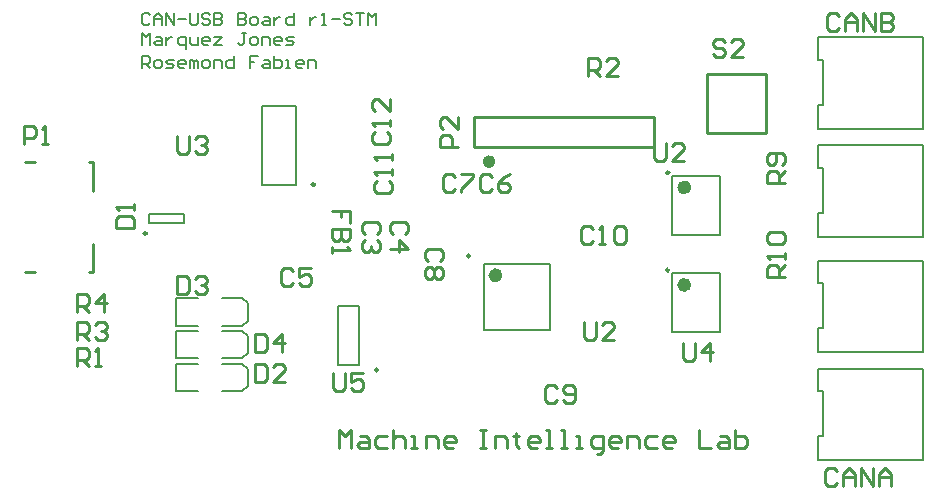
<source format=gto>
G04*
G04 #@! TF.GenerationSoftware,Altium Limited,Altium Designer,18.1.6 (161)*
G04*
G04 Layer_Color=65535*
%FSLAX25Y25*%
%MOIN*%
G70*
G01*
G75*
%ADD10C,0.02362*%
%ADD11C,0.00984*%
%ADD12C,0.00500*%
%ADD13C,0.00787*%
%ADD14C,0.01000*%
%ADD15C,0.00700*%
D10*
X586244Y404906D02*
G03*
X586244Y404906I-1181J0D01*
G01*
Y372406D02*
G03*
X586244Y372406I-1181J0D01*
G01*
X521000Y413500D02*
G03*
X521000Y413500I-1000J0D01*
G01*
X523322Y375587D02*
G03*
X523322Y375587I-1181J0D01*
G01*
D11*
X580043Y409846D02*
G03*
X580043Y409846I-492J0D01*
G01*
X461909Y405811D02*
G03*
X461909Y405811I-492J0D01*
G01*
X405905Y389579D02*
G03*
X405905Y389579I-492J0D01*
G01*
X580043Y377346D02*
G03*
X580043Y377346I-492J0D01*
G01*
X483027Y344072D02*
G03*
X483027Y344072I-492J0D01*
G01*
X513676Y382083D02*
G03*
X513676Y382083I-492J0D01*
G01*
D12*
X636917Y314000D02*
X664500D01*
X629500D02*
X636917D01*
X637291Y344500D02*
X664500D01*
Y314000D02*
Y344500D01*
X629500Y314000D02*
Y322000D01*
X631291D01*
Y327173D01*
Y331701D01*
Y337000D01*
X629500D02*
X631291D01*
X629500D02*
Y344500D01*
X637291D01*
X636917Y424500D02*
X664500D01*
X629500D02*
X636917D01*
X637291Y455000D02*
X664500D01*
Y424500D02*
Y455000D01*
X629500Y424500D02*
Y432500D01*
X631291D01*
Y437673D01*
Y442201D01*
Y447500D01*
X629500D02*
X631291D01*
X629500D02*
Y455000D01*
X637291D01*
X636917Y350000D02*
X664500D01*
X629500D02*
X636917D01*
X637291Y380500D02*
X664500D01*
Y350000D02*
Y380500D01*
X629500Y350000D02*
Y358000D01*
X631291D01*
Y363173D01*
Y367701D01*
Y373000D01*
X629500D02*
X631291D01*
X629500D02*
Y380500D01*
X637291D01*
X636917Y388500D02*
X664500D01*
X629500D02*
X636917D01*
X637291Y419000D02*
X664500D01*
Y388500D02*
Y419000D01*
X629500Y388500D02*
Y396500D01*
X631291D01*
Y401673D01*
Y406201D01*
Y411500D01*
X629500D02*
X631291D01*
X629500D02*
Y419000D01*
X637291D01*
X406791Y392925D02*
Y396075D01*
X418209Y392925D02*
Y396075D01*
X406791Y392925D02*
X418209D01*
X406791Y396075D02*
X418209D01*
D13*
X581126Y389158D02*
X596874D01*
X581126Y408843D02*
X596874D01*
Y389158D02*
Y408843D01*
X581126Y389158D02*
Y408843D01*
X444488Y432189D02*
X455512D01*
X444488Y405811D02*
X455512D01*
X444488D02*
Y432189D01*
X455512Y405811D02*
Y432189D01*
X430937Y346028D02*
X437630D01*
X437630Y336972D02*
X439598Y338547D01*
X437630Y346028D02*
X439598Y344453D01*
X430937Y336972D02*
X437630D01*
X439598Y338547D02*
Y344453D01*
X415583Y336972D02*
Y346028D01*
X423063D01*
X415583Y336972D02*
X423063D01*
X430937Y357028D02*
X437630D01*
X437630Y347972D02*
X439598Y349547D01*
X437630Y357028D02*
X439598Y355453D01*
X430937Y347972D02*
X437630D01*
X439598Y349547D02*
Y355453D01*
X415583Y347972D02*
Y357028D01*
X423063D01*
X415583Y347972D02*
X423063D01*
X430937Y367871D02*
X437630D01*
X437630Y358816D02*
X439598Y360391D01*
X437630Y367871D02*
X439598Y366296D01*
X430937Y358816D02*
X437630D01*
X439598Y360391D02*
Y366296D01*
X415583Y358816D02*
Y367871D01*
X423063D01*
X415583Y358816D02*
X423063D01*
X581126Y356658D02*
X596874D01*
X581126Y376343D02*
X596874D01*
Y356658D02*
Y376343D01*
X581126Y356658D02*
Y376343D01*
X476629Y345834D02*
Y365519D01*
X469542Y345834D02*
Y365519D01*
Y345834D02*
X476629D01*
X469542Y365519D02*
X476629D01*
X518204Y357476D02*
X540251D01*
X518204Y379524D02*
X540251D01*
Y357476D02*
Y379524D01*
X518204Y357476D02*
Y379524D01*
D14*
X592658Y423158D02*
Y442842D01*
Y423158D02*
X612343D01*
Y442842D01*
X592658D02*
X612343D01*
X387991Y403858D02*
Y413209D01*
X386515D02*
X387991D01*
X386515Y376791D02*
X387991D01*
Y386142D01*
X365353Y413209D02*
X368798D01*
X365353Y376791D02*
X368798D01*
X515000Y418500D02*
X575000D01*
Y428500D01*
X515000D02*
X575000D01*
X515000Y418500D02*
Y428500D01*
X470000Y318000D02*
Y323998D01*
X471999Y321999D01*
X473999Y323998D01*
Y318000D01*
X476998Y321999D02*
X478997D01*
X479997Y320999D01*
Y318000D01*
X476998D01*
X475998Y319000D01*
X476998Y319999D01*
X479997D01*
X485995Y321999D02*
X482996D01*
X481996Y320999D01*
Y319000D01*
X482996Y318000D01*
X485995D01*
X487994Y323998D02*
Y318000D01*
Y320999D01*
X488994Y321999D01*
X490993D01*
X491993Y320999D01*
Y318000D01*
X493992D02*
X495992D01*
X494992D01*
Y321999D01*
X493992D01*
X498991Y318000D02*
Y321999D01*
X501990D01*
X502989Y320999D01*
Y318000D01*
X507988D02*
X505988D01*
X504989Y319000D01*
Y320999D01*
X505988Y321999D01*
X507988D01*
X508987Y320999D01*
Y319999D01*
X504989D01*
X516985Y323998D02*
X518984D01*
X517984D01*
Y318000D01*
X516985D01*
X518984D01*
X521983D02*
Y321999D01*
X524982D01*
X525982Y320999D01*
Y318000D01*
X528981Y322998D02*
Y321999D01*
X527981D01*
X529981D01*
X528981D01*
Y319000D01*
X529981Y318000D01*
X535979D02*
X533979D01*
X532980Y319000D01*
Y320999D01*
X533979Y321999D01*
X535979D01*
X536978Y320999D01*
Y319999D01*
X532980D01*
X538978Y318000D02*
X540977D01*
X539977D01*
Y323998D01*
X538978D01*
X543976Y318000D02*
X545975D01*
X544976D01*
Y323998D01*
X543976D01*
X548974Y318000D02*
X550974D01*
X549974D01*
Y321999D01*
X548974D01*
X555972Y316001D02*
X556972D01*
X557971Y317000D01*
Y321999D01*
X554973D01*
X553973Y320999D01*
Y319000D01*
X554973Y318000D01*
X557971D01*
X562970D02*
X560971D01*
X559971Y319000D01*
Y320999D01*
X560971Y321999D01*
X562970D01*
X563970Y320999D01*
Y319999D01*
X559971D01*
X565969Y318000D02*
Y321999D01*
X568968D01*
X569968Y320999D01*
Y318000D01*
X575966Y321999D02*
X572967D01*
X571967Y320999D01*
Y319000D01*
X572967Y318000D01*
X575966D01*
X580964D02*
X578965D01*
X577965Y319000D01*
Y320999D01*
X578965Y321999D01*
X580964D01*
X581964Y320999D01*
Y319999D01*
X577965D01*
X589961Y323998D02*
Y318000D01*
X593960D01*
X596959Y321999D02*
X598958D01*
X599958Y320999D01*
Y318000D01*
X596959D01*
X595959Y319000D01*
X596959Y319999D01*
X599958D01*
X601957Y323998D02*
Y318000D01*
X604956D01*
X605956Y319000D01*
Y319999D01*
Y320999D01*
X604956Y321999D01*
X601957D01*
X575150Y419848D02*
Y414850D01*
X576150Y413850D01*
X578149D01*
X579149Y414850D01*
Y419848D01*
X585147Y413850D02*
X581148D01*
X585147Y417849D01*
Y418848D01*
X584147Y419848D01*
X582148D01*
X581148Y418848D01*
X618500Y375000D02*
X612502D01*
Y377999D01*
X613502Y378999D01*
X615501D01*
X616501Y377999D01*
Y375000D01*
Y376999D02*
X618500Y378999D01*
Y380998D02*
Y382997D01*
Y381998D01*
X612502D01*
X613502Y380998D01*
Y385996D02*
X612502Y386996D01*
Y388996D01*
X613502Y389995D01*
X617500D01*
X618500Y388996D01*
Y386996D01*
X617500Y385996D01*
X613502D01*
X618500Y406500D02*
X612502D01*
Y409499D01*
X613502Y410499D01*
X615501D01*
X616501Y409499D01*
Y406500D01*
Y408499D02*
X618500Y410499D01*
X617500Y412498D02*
X618500Y413498D01*
Y415497D01*
X617500Y416497D01*
X613502D01*
X612502Y415497D01*
Y413498D01*
X613502Y412498D01*
X614501D01*
X615501Y413498D01*
Y416497D01*
X636499Y461998D02*
X635499Y462998D01*
X633500D01*
X632500Y461998D01*
Y458000D01*
X633500Y457000D01*
X635499D01*
X636499Y458000D01*
X638498Y457000D02*
Y460999D01*
X640497Y462998D01*
X642497Y460999D01*
Y457000D01*
Y459999D01*
X638498D01*
X644496Y457000D02*
Y462998D01*
X648495Y457000D01*
Y462998D01*
X650494D02*
Y457000D01*
X653493D01*
X654493Y458000D01*
Y458999D01*
X653493Y459999D01*
X650494D01*
X653493D01*
X654493Y460999D01*
Y461998D01*
X653493Y462998D01*
X650494D01*
X635999Y310498D02*
X634999Y311498D01*
X633000D01*
X632000Y310498D01*
Y306500D01*
X633000Y305500D01*
X634999D01*
X635999Y306500D01*
X637998Y305500D02*
Y309499D01*
X639997Y311498D01*
X641997Y309499D01*
Y305500D01*
Y308499D01*
X637998D01*
X643996Y305500D02*
Y311498D01*
X647995Y305500D01*
Y311498D01*
X649994Y305500D02*
Y309499D01*
X651994Y311498D01*
X653993Y309499D01*
Y305500D01*
Y308499D01*
X649994D01*
X482002Y423499D02*
X481002Y422499D01*
Y420500D01*
X482002Y419500D01*
X486000D01*
X487000Y420500D01*
Y422499D01*
X486000Y423499D01*
X487000Y425498D02*
Y427497D01*
Y426498D01*
X481002D01*
X482002Y425498D01*
X487000Y434495D02*
Y430496D01*
X483001Y434495D01*
X482002D01*
X481002Y433496D01*
Y431496D01*
X482002Y430496D01*
X482502Y406999D02*
X481502Y405999D01*
Y404000D01*
X482502Y403000D01*
X486500D01*
X487500Y404000D01*
Y405999D01*
X486500Y406999D01*
X487500Y408998D02*
Y410997D01*
Y409998D01*
X481502D01*
X482502Y408998D01*
X487500Y413996D02*
Y415996D01*
Y414996D01*
X481502D01*
X482502Y413996D01*
X382500Y345500D02*
Y351498D01*
X385499D01*
X386499Y350498D01*
Y348499D01*
X385499Y347499D01*
X382500D01*
X384499D02*
X386499Y345500D01*
X388498D02*
X390497D01*
X389498D01*
Y351498D01*
X388498Y350498D01*
X468000Y342998D02*
Y338000D01*
X469000Y337000D01*
X470999D01*
X471999Y338000D01*
Y342998D01*
X477997D02*
X473998D01*
Y339999D01*
X475997Y340999D01*
X476997D01*
X477997Y339999D01*
Y338000D01*
X476997Y337000D01*
X474998D01*
X473998Y338000D01*
X584500Y352998D02*
Y348000D01*
X585500Y347000D01*
X587499D01*
X588499Y348000D01*
Y352998D01*
X593497Y347000D02*
Y352998D01*
X590498Y349999D01*
X594497D01*
X416000Y421998D02*
Y417000D01*
X417000Y416000D01*
X418999D01*
X419999Y417000D01*
Y421998D01*
X421998Y420998D02*
X422998Y421998D01*
X424997D01*
X425997Y420998D01*
Y419999D01*
X424997Y418999D01*
X423997D01*
X424997D01*
X425997Y417999D01*
Y417000D01*
X424997Y416000D01*
X422998D01*
X421998Y417000D01*
X551500Y359998D02*
Y355000D01*
X552500Y354000D01*
X554499D01*
X555499Y355000D01*
Y359998D01*
X561497Y354000D02*
X557498D01*
X561497Y357999D01*
Y358998D01*
X560497Y359998D01*
X558498D01*
X557498Y358998D01*
X598499Y453498D02*
X597499Y454498D01*
X595500D01*
X594500Y453498D01*
Y452499D01*
X595500Y451499D01*
X597499D01*
X598499Y450499D01*
Y449500D01*
X597499Y448500D01*
X595500D01*
X594500Y449500D01*
X604497Y448500D02*
X600498D01*
X604497Y452499D01*
Y453498D01*
X603497Y454498D01*
X601498D01*
X600498Y453498D01*
X382500Y363500D02*
Y369498D01*
X385499D01*
X386499Y368498D01*
Y366499D01*
X385499Y365499D01*
X382500D01*
X384499D02*
X386499Y363500D01*
X391497D02*
Y369498D01*
X388498Y366499D01*
X392497D01*
X382500Y354000D02*
Y359998D01*
X385499D01*
X386499Y358998D01*
Y356999D01*
X385499Y355999D01*
X382500D01*
X384499D02*
X386499Y354000D01*
X388498Y358998D02*
X389498Y359998D01*
X391497D01*
X392497Y358998D01*
Y357999D01*
X391497Y356999D01*
X390497D01*
X391497D01*
X392497Y355999D01*
Y355000D01*
X391497Y354000D01*
X389498D01*
X388498Y355000D01*
X553000Y442000D02*
Y447998D01*
X555999D01*
X556999Y446998D01*
Y444999D01*
X555999Y443999D01*
X553000D01*
X554999D02*
X556999Y442000D01*
X562997D02*
X558998D01*
X562997Y445999D01*
Y446998D01*
X561997Y447998D01*
X559998D01*
X558998Y446998D01*
X509500Y418500D02*
X503502D01*
Y421499D01*
X504502Y422499D01*
X506501D01*
X507501Y421499D01*
Y418500D01*
X509500Y428497D02*
Y424498D01*
X505501Y428497D01*
X504502D01*
X503502Y427497D01*
Y425498D01*
X504502Y424498D01*
X364999Y419500D02*
Y425498D01*
X367998D01*
X368998Y424498D01*
Y422499D01*
X367998Y421499D01*
X364999D01*
X370997Y419500D02*
X372996D01*
X371997D01*
Y425498D01*
X370997Y424498D01*
X473498Y393001D02*
Y397000D01*
X470499D01*
Y395001D01*
Y397000D01*
X467500D01*
X473498Y391002D02*
X467500D01*
Y388003D01*
X468500Y387003D01*
X469499D01*
X470499Y388003D01*
Y391002D01*
Y388003D01*
X471499Y387003D01*
X472498D01*
X473498Y388003D01*
Y391002D01*
X467500Y385004D02*
Y383004D01*
Y384004D01*
X473498D01*
X472498Y385004D01*
X442000Y355998D02*
Y350000D01*
X444999D01*
X445999Y351000D01*
Y354998D01*
X444999Y355998D01*
X442000D01*
X450997Y350000D02*
Y355998D01*
X447998Y352999D01*
X451997D01*
X416000Y375498D02*
Y369500D01*
X418999D01*
X419999Y370500D01*
Y374498D01*
X418999Y375498D01*
X416000D01*
X421998Y374498D02*
X422998Y375498D01*
X424997D01*
X425997Y374498D01*
Y373499D01*
X424997Y372499D01*
X423997D01*
X424997D01*
X425997Y371499D01*
Y370500D01*
X424997Y369500D01*
X422998D01*
X421998Y370500D01*
X442000Y345998D02*
Y340000D01*
X444999D01*
X445999Y341000D01*
Y344998D01*
X444999Y345998D01*
X442000D01*
X451997Y340000D02*
X447998D01*
X451997Y343999D01*
Y344998D01*
X450997Y345998D01*
X448998D01*
X447998Y344998D01*
X395502Y391500D02*
X401500D01*
Y394499D01*
X400500Y395499D01*
X396502D01*
X395502Y394499D01*
Y391500D01*
X401500Y397498D02*
Y399497D01*
Y398498D01*
X395502D01*
X396502Y397498D01*
X554499Y390998D02*
X553499Y391998D01*
X551500D01*
X550500Y390998D01*
Y387000D01*
X551500Y386000D01*
X553499D01*
X554499Y387000D01*
X556498Y386000D02*
X558497D01*
X557498D01*
Y391998D01*
X556498Y390998D01*
X561496D02*
X562496Y391998D01*
X564496D01*
X565495Y390998D01*
Y387000D01*
X564496Y386000D01*
X562496D01*
X561496Y387000D01*
Y390998D01*
X542499Y337998D02*
X541499Y338998D01*
X539500D01*
X538500Y337998D01*
Y334000D01*
X539500Y333000D01*
X541499D01*
X542499Y334000D01*
X544498D02*
X545498Y333000D01*
X547497D01*
X548497Y334000D01*
Y337998D01*
X547497Y338998D01*
X545498D01*
X544498Y337998D01*
Y336999D01*
X545498Y335999D01*
X548497D01*
X503498Y380501D02*
X504498Y381501D01*
Y383500D01*
X503498Y384500D01*
X499500D01*
X498500Y383500D01*
Y381501D01*
X499500Y380501D01*
X503498Y378502D02*
X504498Y377502D01*
Y375503D01*
X503498Y374503D01*
X502499D01*
X501499Y375503D01*
X500499Y374503D01*
X499500D01*
X498500Y375503D01*
Y377502D01*
X499500Y378502D01*
X500499D01*
X501499Y377502D01*
X502499Y378502D01*
X503498D01*
X501499Y377502D02*
Y375503D01*
X508499Y408498D02*
X507499Y409498D01*
X505500D01*
X504500Y408498D01*
Y404500D01*
X505500Y403500D01*
X507499D01*
X508499Y404500D01*
X510498Y409498D02*
X514497D01*
Y408498D01*
X510498Y404500D01*
Y403500D01*
X520999Y408498D02*
X519999Y409498D01*
X518000D01*
X517000Y408498D01*
Y404500D01*
X518000Y403500D01*
X519999D01*
X520999Y404500D01*
X526997Y409498D02*
X524997Y408498D01*
X522998Y406499D01*
Y404500D01*
X523998Y403500D01*
X525997D01*
X526997Y404500D01*
Y405499D01*
X525997Y406499D01*
X522998D01*
X454499Y376998D02*
X453499Y377998D01*
X451500D01*
X450500Y376998D01*
Y373000D01*
X451500Y372000D01*
X453499D01*
X454499Y373000D01*
X460497Y377998D02*
X456498D01*
Y374999D01*
X458497Y375999D01*
X459497D01*
X460497Y374999D01*
Y373000D01*
X459497Y372000D01*
X457498D01*
X456498Y373000D01*
X491998Y389501D02*
X492998Y390501D01*
Y392500D01*
X491998Y393500D01*
X488000D01*
X487000Y392500D01*
Y390501D01*
X488000Y389501D01*
X487000Y384503D02*
X492998D01*
X489999Y387502D01*
Y383503D01*
X482498Y389501D02*
X483498Y390501D01*
Y392500D01*
X482498Y393500D01*
X478500D01*
X477500Y392500D01*
Y390501D01*
X478500Y389501D01*
X482498Y387502D02*
X483498Y386502D01*
Y384503D01*
X482498Y383503D01*
X481499D01*
X480499Y384503D01*
Y385503D01*
Y384503D01*
X479499Y383503D01*
X478500D01*
X477500Y384503D01*
Y386502D01*
X478500Y387502D01*
D15*
X406866Y462322D02*
X406199Y462989D01*
X404866D01*
X404200Y462322D01*
Y459656D01*
X404866Y458990D01*
X406199D01*
X406866Y459656D01*
X408199Y458990D02*
Y461656D01*
X409532Y462989D01*
X410864Y461656D01*
Y458990D01*
Y460989D01*
X408199D01*
X412197Y458990D02*
Y462989D01*
X414863Y458990D01*
Y462989D01*
X416196Y460989D02*
X418862D01*
X420195Y462989D02*
Y459656D01*
X420861Y458990D01*
X422194D01*
X422861Y459656D01*
Y462989D01*
X426859Y462322D02*
X426193Y462989D01*
X424860D01*
X424193Y462322D01*
Y461656D01*
X424860Y460989D01*
X426193D01*
X426859Y460323D01*
Y459656D01*
X426193Y458990D01*
X424860D01*
X424193Y459656D01*
X428192Y462989D02*
Y458990D01*
X430192D01*
X430858Y459656D01*
Y460323D01*
X430192Y460989D01*
X428192D01*
X430192D01*
X430858Y461656D01*
Y462322D01*
X430192Y462989D01*
X428192D01*
X436190D02*
Y458990D01*
X438189D01*
X438856Y459656D01*
Y460323D01*
X438189Y460989D01*
X436190D01*
X438189D01*
X438856Y461656D01*
Y462322D01*
X438189Y462989D01*
X436190D01*
X440855Y458990D02*
X442188D01*
X442854Y459656D01*
Y460989D01*
X442188Y461656D01*
X440855D01*
X440188Y460989D01*
Y459656D01*
X440855Y458990D01*
X444853Y461656D02*
X446186D01*
X446853Y460989D01*
Y458990D01*
X444853D01*
X444187Y459656D01*
X444853Y460323D01*
X446853D01*
X448186Y461656D02*
Y458990D01*
Y460323D01*
X448852Y460989D01*
X449519Y461656D01*
X450185D01*
X454850Y462989D02*
Y458990D01*
X452851D01*
X452184Y459656D01*
Y460989D01*
X452851Y461656D01*
X454850D01*
X460182D02*
Y458990D01*
Y460323D01*
X460848Y460989D01*
X461515Y461656D01*
X462181D01*
X464181Y458990D02*
X465514D01*
X464847D01*
Y462989D01*
X464181Y462322D01*
X467513Y460989D02*
X470179D01*
X474177Y462322D02*
X473511Y462989D01*
X472178D01*
X471512Y462322D01*
Y461656D01*
X472178Y460989D01*
X473511D01*
X474177Y460323D01*
Y459656D01*
X473511Y458990D01*
X472178D01*
X471512Y459656D01*
X475510Y462989D02*
X478176D01*
X476843D01*
Y458990D01*
X479509D02*
Y462989D01*
X480842Y461656D01*
X482175Y462989D01*
Y458990D01*
X404200Y452511D02*
Y456510D01*
X405533Y455177D01*
X406866Y456510D01*
Y452511D01*
X408865Y455177D02*
X410198D01*
X410864Y454511D01*
Y452511D01*
X408865D01*
X408199Y453178D01*
X408865Y453844D01*
X410864D01*
X412197Y455177D02*
Y452511D01*
Y453844D01*
X412864Y454511D01*
X413530Y455177D01*
X414197D01*
X418862Y451178D02*
Y455177D01*
X416863D01*
X416196Y454511D01*
Y453178D01*
X416863Y452511D01*
X418862D01*
X420195Y455177D02*
Y453178D01*
X420861Y452511D01*
X422861D01*
Y455177D01*
X426193Y452511D02*
X424860D01*
X424193Y453178D01*
Y454511D01*
X424860Y455177D01*
X426193D01*
X426859Y454511D01*
Y453844D01*
X424193D01*
X428192Y455177D02*
X430858D01*
X428192Y452511D01*
X430858D01*
X438856Y456510D02*
X437523D01*
X438189D01*
Y453178D01*
X437523Y452511D01*
X436856D01*
X436190Y453178D01*
X440855Y452511D02*
X442188D01*
X442854Y453178D01*
Y454511D01*
X442188Y455177D01*
X440855D01*
X440188Y454511D01*
Y453178D01*
X440855Y452511D01*
X444187D02*
Y455177D01*
X446186D01*
X446853Y454511D01*
Y452511D01*
X450185D02*
X448852D01*
X448186Y453178D01*
Y454511D01*
X448852Y455177D01*
X450185D01*
X450852Y454511D01*
Y453844D01*
X448186D01*
X452184Y452511D02*
X454184D01*
X454850Y453178D01*
X454184Y453844D01*
X452851D01*
X452184Y454511D01*
X452851Y455177D01*
X454850D01*
X404200Y444700D02*
Y448699D01*
X406199D01*
X406866Y448032D01*
Y446699D01*
X406199Y446033D01*
X404200D01*
X405533D02*
X406866Y444700D01*
X408865D02*
X410198D01*
X410864Y445366D01*
Y446699D01*
X410198Y447366D01*
X408865D01*
X408199Y446699D01*
Y445366D01*
X408865Y444700D01*
X412197D02*
X414197D01*
X414863Y445366D01*
X414197Y446033D01*
X412864D01*
X412197Y446699D01*
X412864Y447366D01*
X414863D01*
X418195Y444700D02*
X416863D01*
X416196Y445366D01*
Y446699D01*
X416863Y447366D01*
X418195D01*
X418862Y446699D01*
Y446033D01*
X416196D01*
X420195Y444700D02*
Y447366D01*
X420861D01*
X421528Y446699D01*
Y444700D01*
Y446699D01*
X422194Y447366D01*
X422861Y446699D01*
Y444700D01*
X424860D02*
X426193D01*
X426859Y445366D01*
Y446699D01*
X426193Y447366D01*
X424860D01*
X424193Y446699D01*
Y445366D01*
X424860Y444700D01*
X428192D02*
Y447366D01*
X430192D01*
X430858Y446699D01*
Y444700D01*
X434857Y448699D02*
Y444700D01*
X432857D01*
X432191Y445366D01*
Y446699D01*
X432857Y447366D01*
X434857D01*
X442854Y448699D02*
X440188D01*
Y446699D01*
X441521D01*
X440188D01*
Y444700D01*
X444853Y447366D02*
X446186D01*
X446853Y446699D01*
Y444700D01*
X444853D01*
X444187Y445366D01*
X444853Y446033D01*
X446853D01*
X448186Y448699D02*
Y444700D01*
X450185D01*
X450852Y445366D01*
Y446033D01*
Y446699D01*
X450185Y447366D01*
X448186D01*
X452184Y444700D02*
X453517D01*
X452851D01*
Y447366D01*
X452184D01*
X457516Y444700D02*
X456183D01*
X455517Y445366D01*
Y446699D01*
X456183Y447366D01*
X457516D01*
X458183Y446699D01*
Y446033D01*
X455517D01*
X459515Y444700D02*
Y447366D01*
X461515D01*
X462181Y446699D01*
Y444700D01*
M02*

</source>
